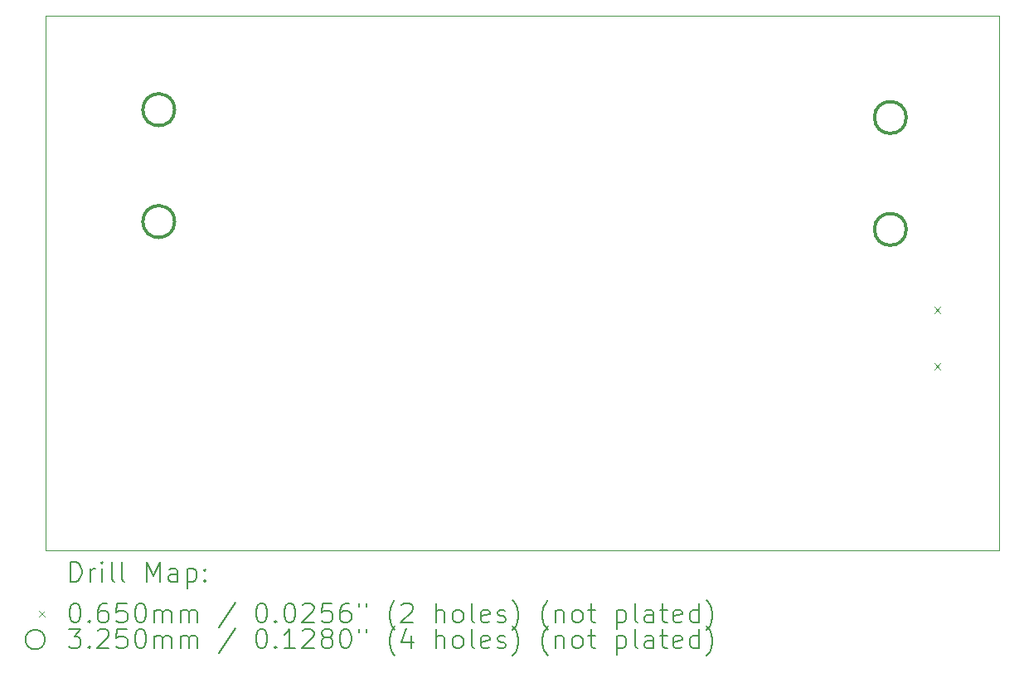
<source format=gbr>
%TF.GenerationSoftware,KiCad,Pcbnew,7.0.11+dfsg-1build4*%
%TF.CreationDate,2024-07-15T15:28:05+02:00*%
%TF.ProjectId,antmicro-poe-to-usbc-pd-adapter,616e746d-6963-4726-9f2d-706f652d746f,rev?*%
%TF.SameCoordinates,Original*%
%TF.FileFunction,Drillmap*%
%TF.FilePolarity,Positive*%
%FSLAX45Y45*%
G04 Gerber Fmt 4.5, Leading zero omitted, Abs format (unit mm)*
G04 Created by KiCad (PCBNEW 7.0.11+dfsg-1build4) date 2024-07-15 15:28:05 commit  463866a *
%MOMM*%
%LPD*%
G01*
G04 APERTURE LIST*
%ADD10C,0.120000*%
%ADD11C,0.200000*%
%ADD12C,0.100000*%
%ADD13C,0.325000*%
G04 APERTURE END LIST*
D10*
X5675000Y-4244000D02*
X15413000Y-4244000D01*
X15413000Y-9703000D01*
X5675000Y-9703000D01*
X5675000Y-4244000D01*
D11*
D12*
X14748400Y-7212500D02*
X14813400Y-7277500D01*
X14813400Y-7212500D02*
X14748400Y-7277500D01*
X14748400Y-7790600D02*
X14813400Y-7855600D01*
X14813400Y-7790600D02*
X14748400Y-7855600D01*
D13*
X6993500Y-5200100D02*
G75*
G03*
X6668500Y-5200100I-162500J0D01*
G01*
X6668500Y-5200100D02*
G75*
G03*
X6993500Y-5200100I162500J0D01*
G01*
X6993500Y-6343000D02*
G75*
G03*
X6668500Y-6343000I-162500J0D01*
G01*
X6668500Y-6343000D02*
G75*
G03*
X6993500Y-6343000I162500J0D01*
G01*
X14464000Y-5279900D02*
G75*
G03*
X14139000Y-5279900I-162500J0D01*
G01*
X14139000Y-5279900D02*
G75*
G03*
X14464000Y-5279900I162500J0D01*
G01*
X14464000Y-6422800D02*
G75*
G03*
X14139000Y-6422800I-162500J0D01*
G01*
X14139000Y-6422800D02*
G75*
G03*
X14464000Y-6422800I162500J0D01*
G01*
D11*
X5929777Y-10020484D02*
X5929777Y-9820484D01*
X5929777Y-9820484D02*
X5977396Y-9820484D01*
X5977396Y-9820484D02*
X6005967Y-9830008D01*
X6005967Y-9830008D02*
X6025015Y-9849055D01*
X6025015Y-9849055D02*
X6034539Y-9868103D01*
X6034539Y-9868103D02*
X6044062Y-9906198D01*
X6044062Y-9906198D02*
X6044062Y-9934770D01*
X6044062Y-9934770D02*
X6034539Y-9972865D01*
X6034539Y-9972865D02*
X6025015Y-9991912D01*
X6025015Y-9991912D02*
X6005967Y-10010960D01*
X6005967Y-10010960D02*
X5977396Y-10020484D01*
X5977396Y-10020484D02*
X5929777Y-10020484D01*
X6129777Y-10020484D02*
X6129777Y-9887150D01*
X6129777Y-9925246D02*
X6139301Y-9906198D01*
X6139301Y-9906198D02*
X6148824Y-9896674D01*
X6148824Y-9896674D02*
X6167872Y-9887150D01*
X6167872Y-9887150D02*
X6186920Y-9887150D01*
X6253586Y-10020484D02*
X6253586Y-9887150D01*
X6253586Y-9820484D02*
X6244062Y-9830008D01*
X6244062Y-9830008D02*
X6253586Y-9839531D01*
X6253586Y-9839531D02*
X6263110Y-9830008D01*
X6263110Y-9830008D02*
X6253586Y-9820484D01*
X6253586Y-9820484D02*
X6253586Y-9839531D01*
X6377396Y-10020484D02*
X6358348Y-10010960D01*
X6358348Y-10010960D02*
X6348824Y-9991912D01*
X6348824Y-9991912D02*
X6348824Y-9820484D01*
X6482158Y-10020484D02*
X6463110Y-10010960D01*
X6463110Y-10010960D02*
X6453586Y-9991912D01*
X6453586Y-9991912D02*
X6453586Y-9820484D01*
X6710729Y-10020484D02*
X6710729Y-9820484D01*
X6710729Y-9820484D02*
X6777396Y-9963341D01*
X6777396Y-9963341D02*
X6844062Y-9820484D01*
X6844062Y-9820484D02*
X6844062Y-10020484D01*
X7025015Y-10020484D02*
X7025015Y-9915722D01*
X7025015Y-9915722D02*
X7015491Y-9896674D01*
X7015491Y-9896674D02*
X6996443Y-9887150D01*
X6996443Y-9887150D02*
X6958348Y-9887150D01*
X6958348Y-9887150D02*
X6939301Y-9896674D01*
X7025015Y-10010960D02*
X7005967Y-10020484D01*
X7005967Y-10020484D02*
X6958348Y-10020484D01*
X6958348Y-10020484D02*
X6939301Y-10010960D01*
X6939301Y-10010960D02*
X6929777Y-9991912D01*
X6929777Y-9991912D02*
X6929777Y-9972865D01*
X6929777Y-9972865D02*
X6939301Y-9953817D01*
X6939301Y-9953817D02*
X6958348Y-9944293D01*
X6958348Y-9944293D02*
X7005967Y-9944293D01*
X7005967Y-9944293D02*
X7025015Y-9934770D01*
X7120253Y-9887150D02*
X7120253Y-10087150D01*
X7120253Y-9896674D02*
X7139301Y-9887150D01*
X7139301Y-9887150D02*
X7177396Y-9887150D01*
X7177396Y-9887150D02*
X7196443Y-9896674D01*
X7196443Y-9896674D02*
X7205967Y-9906198D01*
X7205967Y-9906198D02*
X7215491Y-9925246D01*
X7215491Y-9925246D02*
X7215491Y-9982389D01*
X7215491Y-9982389D02*
X7205967Y-10001436D01*
X7205967Y-10001436D02*
X7196443Y-10010960D01*
X7196443Y-10010960D02*
X7177396Y-10020484D01*
X7177396Y-10020484D02*
X7139301Y-10020484D01*
X7139301Y-10020484D02*
X7120253Y-10010960D01*
X7301205Y-10001436D02*
X7310729Y-10010960D01*
X7310729Y-10010960D02*
X7301205Y-10020484D01*
X7301205Y-10020484D02*
X7291682Y-10010960D01*
X7291682Y-10010960D02*
X7301205Y-10001436D01*
X7301205Y-10001436D02*
X7301205Y-10020484D01*
X7301205Y-9896674D02*
X7310729Y-9906198D01*
X7310729Y-9906198D02*
X7301205Y-9915722D01*
X7301205Y-9915722D02*
X7291682Y-9906198D01*
X7291682Y-9906198D02*
X7301205Y-9896674D01*
X7301205Y-9896674D02*
X7301205Y-9915722D01*
D12*
X5604000Y-10316500D02*
X5669000Y-10381500D01*
X5669000Y-10316500D02*
X5604000Y-10381500D01*
D11*
X5967872Y-10240484D02*
X5986920Y-10240484D01*
X5986920Y-10240484D02*
X6005967Y-10250008D01*
X6005967Y-10250008D02*
X6015491Y-10259531D01*
X6015491Y-10259531D02*
X6025015Y-10278579D01*
X6025015Y-10278579D02*
X6034539Y-10316674D01*
X6034539Y-10316674D02*
X6034539Y-10364293D01*
X6034539Y-10364293D02*
X6025015Y-10402389D01*
X6025015Y-10402389D02*
X6015491Y-10421436D01*
X6015491Y-10421436D02*
X6005967Y-10430960D01*
X6005967Y-10430960D02*
X5986920Y-10440484D01*
X5986920Y-10440484D02*
X5967872Y-10440484D01*
X5967872Y-10440484D02*
X5948824Y-10430960D01*
X5948824Y-10430960D02*
X5939301Y-10421436D01*
X5939301Y-10421436D02*
X5929777Y-10402389D01*
X5929777Y-10402389D02*
X5920253Y-10364293D01*
X5920253Y-10364293D02*
X5920253Y-10316674D01*
X5920253Y-10316674D02*
X5929777Y-10278579D01*
X5929777Y-10278579D02*
X5939301Y-10259531D01*
X5939301Y-10259531D02*
X5948824Y-10250008D01*
X5948824Y-10250008D02*
X5967872Y-10240484D01*
X6120253Y-10421436D02*
X6129777Y-10430960D01*
X6129777Y-10430960D02*
X6120253Y-10440484D01*
X6120253Y-10440484D02*
X6110729Y-10430960D01*
X6110729Y-10430960D02*
X6120253Y-10421436D01*
X6120253Y-10421436D02*
X6120253Y-10440484D01*
X6301205Y-10240484D02*
X6263110Y-10240484D01*
X6263110Y-10240484D02*
X6244062Y-10250008D01*
X6244062Y-10250008D02*
X6234539Y-10259531D01*
X6234539Y-10259531D02*
X6215491Y-10288103D01*
X6215491Y-10288103D02*
X6205967Y-10326198D01*
X6205967Y-10326198D02*
X6205967Y-10402389D01*
X6205967Y-10402389D02*
X6215491Y-10421436D01*
X6215491Y-10421436D02*
X6225015Y-10430960D01*
X6225015Y-10430960D02*
X6244062Y-10440484D01*
X6244062Y-10440484D02*
X6282158Y-10440484D01*
X6282158Y-10440484D02*
X6301205Y-10430960D01*
X6301205Y-10430960D02*
X6310729Y-10421436D01*
X6310729Y-10421436D02*
X6320253Y-10402389D01*
X6320253Y-10402389D02*
X6320253Y-10354770D01*
X6320253Y-10354770D02*
X6310729Y-10335722D01*
X6310729Y-10335722D02*
X6301205Y-10326198D01*
X6301205Y-10326198D02*
X6282158Y-10316674D01*
X6282158Y-10316674D02*
X6244062Y-10316674D01*
X6244062Y-10316674D02*
X6225015Y-10326198D01*
X6225015Y-10326198D02*
X6215491Y-10335722D01*
X6215491Y-10335722D02*
X6205967Y-10354770D01*
X6501205Y-10240484D02*
X6405967Y-10240484D01*
X6405967Y-10240484D02*
X6396443Y-10335722D01*
X6396443Y-10335722D02*
X6405967Y-10326198D01*
X6405967Y-10326198D02*
X6425015Y-10316674D01*
X6425015Y-10316674D02*
X6472634Y-10316674D01*
X6472634Y-10316674D02*
X6491682Y-10326198D01*
X6491682Y-10326198D02*
X6501205Y-10335722D01*
X6501205Y-10335722D02*
X6510729Y-10354770D01*
X6510729Y-10354770D02*
X6510729Y-10402389D01*
X6510729Y-10402389D02*
X6501205Y-10421436D01*
X6501205Y-10421436D02*
X6491682Y-10430960D01*
X6491682Y-10430960D02*
X6472634Y-10440484D01*
X6472634Y-10440484D02*
X6425015Y-10440484D01*
X6425015Y-10440484D02*
X6405967Y-10430960D01*
X6405967Y-10430960D02*
X6396443Y-10421436D01*
X6634539Y-10240484D02*
X6653586Y-10240484D01*
X6653586Y-10240484D02*
X6672634Y-10250008D01*
X6672634Y-10250008D02*
X6682158Y-10259531D01*
X6682158Y-10259531D02*
X6691682Y-10278579D01*
X6691682Y-10278579D02*
X6701205Y-10316674D01*
X6701205Y-10316674D02*
X6701205Y-10364293D01*
X6701205Y-10364293D02*
X6691682Y-10402389D01*
X6691682Y-10402389D02*
X6682158Y-10421436D01*
X6682158Y-10421436D02*
X6672634Y-10430960D01*
X6672634Y-10430960D02*
X6653586Y-10440484D01*
X6653586Y-10440484D02*
X6634539Y-10440484D01*
X6634539Y-10440484D02*
X6615491Y-10430960D01*
X6615491Y-10430960D02*
X6605967Y-10421436D01*
X6605967Y-10421436D02*
X6596443Y-10402389D01*
X6596443Y-10402389D02*
X6586920Y-10364293D01*
X6586920Y-10364293D02*
X6586920Y-10316674D01*
X6586920Y-10316674D02*
X6596443Y-10278579D01*
X6596443Y-10278579D02*
X6605967Y-10259531D01*
X6605967Y-10259531D02*
X6615491Y-10250008D01*
X6615491Y-10250008D02*
X6634539Y-10240484D01*
X6786920Y-10440484D02*
X6786920Y-10307150D01*
X6786920Y-10326198D02*
X6796443Y-10316674D01*
X6796443Y-10316674D02*
X6815491Y-10307150D01*
X6815491Y-10307150D02*
X6844063Y-10307150D01*
X6844063Y-10307150D02*
X6863110Y-10316674D01*
X6863110Y-10316674D02*
X6872634Y-10335722D01*
X6872634Y-10335722D02*
X6872634Y-10440484D01*
X6872634Y-10335722D02*
X6882158Y-10316674D01*
X6882158Y-10316674D02*
X6901205Y-10307150D01*
X6901205Y-10307150D02*
X6929777Y-10307150D01*
X6929777Y-10307150D02*
X6948824Y-10316674D01*
X6948824Y-10316674D02*
X6958348Y-10335722D01*
X6958348Y-10335722D02*
X6958348Y-10440484D01*
X7053586Y-10440484D02*
X7053586Y-10307150D01*
X7053586Y-10326198D02*
X7063110Y-10316674D01*
X7063110Y-10316674D02*
X7082158Y-10307150D01*
X7082158Y-10307150D02*
X7110729Y-10307150D01*
X7110729Y-10307150D02*
X7129777Y-10316674D01*
X7129777Y-10316674D02*
X7139301Y-10335722D01*
X7139301Y-10335722D02*
X7139301Y-10440484D01*
X7139301Y-10335722D02*
X7148824Y-10316674D01*
X7148824Y-10316674D02*
X7167872Y-10307150D01*
X7167872Y-10307150D02*
X7196443Y-10307150D01*
X7196443Y-10307150D02*
X7215491Y-10316674D01*
X7215491Y-10316674D02*
X7225015Y-10335722D01*
X7225015Y-10335722D02*
X7225015Y-10440484D01*
X7615491Y-10230960D02*
X7444063Y-10488103D01*
X7872634Y-10240484D02*
X7891682Y-10240484D01*
X7891682Y-10240484D02*
X7910729Y-10250008D01*
X7910729Y-10250008D02*
X7920253Y-10259531D01*
X7920253Y-10259531D02*
X7929777Y-10278579D01*
X7929777Y-10278579D02*
X7939301Y-10316674D01*
X7939301Y-10316674D02*
X7939301Y-10364293D01*
X7939301Y-10364293D02*
X7929777Y-10402389D01*
X7929777Y-10402389D02*
X7920253Y-10421436D01*
X7920253Y-10421436D02*
X7910729Y-10430960D01*
X7910729Y-10430960D02*
X7891682Y-10440484D01*
X7891682Y-10440484D02*
X7872634Y-10440484D01*
X7872634Y-10440484D02*
X7853586Y-10430960D01*
X7853586Y-10430960D02*
X7844063Y-10421436D01*
X7844063Y-10421436D02*
X7834539Y-10402389D01*
X7834539Y-10402389D02*
X7825015Y-10364293D01*
X7825015Y-10364293D02*
X7825015Y-10316674D01*
X7825015Y-10316674D02*
X7834539Y-10278579D01*
X7834539Y-10278579D02*
X7844063Y-10259531D01*
X7844063Y-10259531D02*
X7853586Y-10250008D01*
X7853586Y-10250008D02*
X7872634Y-10240484D01*
X8025015Y-10421436D02*
X8034539Y-10430960D01*
X8034539Y-10430960D02*
X8025015Y-10440484D01*
X8025015Y-10440484D02*
X8015491Y-10430960D01*
X8015491Y-10430960D02*
X8025015Y-10421436D01*
X8025015Y-10421436D02*
X8025015Y-10440484D01*
X8158348Y-10240484D02*
X8177396Y-10240484D01*
X8177396Y-10240484D02*
X8196444Y-10250008D01*
X8196444Y-10250008D02*
X8205967Y-10259531D01*
X8205967Y-10259531D02*
X8215491Y-10278579D01*
X8215491Y-10278579D02*
X8225015Y-10316674D01*
X8225015Y-10316674D02*
X8225015Y-10364293D01*
X8225015Y-10364293D02*
X8215491Y-10402389D01*
X8215491Y-10402389D02*
X8205967Y-10421436D01*
X8205967Y-10421436D02*
X8196444Y-10430960D01*
X8196444Y-10430960D02*
X8177396Y-10440484D01*
X8177396Y-10440484D02*
X8158348Y-10440484D01*
X8158348Y-10440484D02*
X8139301Y-10430960D01*
X8139301Y-10430960D02*
X8129777Y-10421436D01*
X8129777Y-10421436D02*
X8120253Y-10402389D01*
X8120253Y-10402389D02*
X8110729Y-10364293D01*
X8110729Y-10364293D02*
X8110729Y-10316674D01*
X8110729Y-10316674D02*
X8120253Y-10278579D01*
X8120253Y-10278579D02*
X8129777Y-10259531D01*
X8129777Y-10259531D02*
X8139301Y-10250008D01*
X8139301Y-10250008D02*
X8158348Y-10240484D01*
X8301206Y-10259531D02*
X8310729Y-10250008D01*
X8310729Y-10250008D02*
X8329777Y-10240484D01*
X8329777Y-10240484D02*
X8377396Y-10240484D01*
X8377396Y-10240484D02*
X8396444Y-10250008D01*
X8396444Y-10250008D02*
X8405968Y-10259531D01*
X8405968Y-10259531D02*
X8415491Y-10278579D01*
X8415491Y-10278579D02*
X8415491Y-10297627D01*
X8415491Y-10297627D02*
X8405968Y-10326198D01*
X8405968Y-10326198D02*
X8291682Y-10440484D01*
X8291682Y-10440484D02*
X8415491Y-10440484D01*
X8596444Y-10240484D02*
X8501206Y-10240484D01*
X8501206Y-10240484D02*
X8491682Y-10335722D01*
X8491682Y-10335722D02*
X8501206Y-10326198D01*
X8501206Y-10326198D02*
X8520253Y-10316674D01*
X8520253Y-10316674D02*
X8567872Y-10316674D01*
X8567872Y-10316674D02*
X8586920Y-10326198D01*
X8586920Y-10326198D02*
X8596444Y-10335722D01*
X8596444Y-10335722D02*
X8605968Y-10354770D01*
X8605968Y-10354770D02*
X8605968Y-10402389D01*
X8605968Y-10402389D02*
X8596444Y-10421436D01*
X8596444Y-10421436D02*
X8586920Y-10430960D01*
X8586920Y-10430960D02*
X8567872Y-10440484D01*
X8567872Y-10440484D02*
X8520253Y-10440484D01*
X8520253Y-10440484D02*
X8501206Y-10430960D01*
X8501206Y-10430960D02*
X8491682Y-10421436D01*
X8777396Y-10240484D02*
X8739301Y-10240484D01*
X8739301Y-10240484D02*
X8720253Y-10250008D01*
X8720253Y-10250008D02*
X8710729Y-10259531D01*
X8710729Y-10259531D02*
X8691682Y-10288103D01*
X8691682Y-10288103D02*
X8682158Y-10326198D01*
X8682158Y-10326198D02*
X8682158Y-10402389D01*
X8682158Y-10402389D02*
X8691682Y-10421436D01*
X8691682Y-10421436D02*
X8701206Y-10430960D01*
X8701206Y-10430960D02*
X8720253Y-10440484D01*
X8720253Y-10440484D02*
X8758349Y-10440484D01*
X8758349Y-10440484D02*
X8777396Y-10430960D01*
X8777396Y-10430960D02*
X8786920Y-10421436D01*
X8786920Y-10421436D02*
X8796444Y-10402389D01*
X8796444Y-10402389D02*
X8796444Y-10354770D01*
X8796444Y-10354770D02*
X8786920Y-10335722D01*
X8786920Y-10335722D02*
X8777396Y-10326198D01*
X8777396Y-10326198D02*
X8758349Y-10316674D01*
X8758349Y-10316674D02*
X8720253Y-10316674D01*
X8720253Y-10316674D02*
X8701206Y-10326198D01*
X8701206Y-10326198D02*
X8691682Y-10335722D01*
X8691682Y-10335722D02*
X8682158Y-10354770D01*
X8872634Y-10240484D02*
X8872634Y-10278579D01*
X8948825Y-10240484D02*
X8948825Y-10278579D01*
X9244063Y-10516674D02*
X9234539Y-10507150D01*
X9234539Y-10507150D02*
X9215491Y-10478579D01*
X9215491Y-10478579D02*
X9205968Y-10459531D01*
X9205968Y-10459531D02*
X9196444Y-10430960D01*
X9196444Y-10430960D02*
X9186920Y-10383341D01*
X9186920Y-10383341D02*
X9186920Y-10345246D01*
X9186920Y-10345246D02*
X9196444Y-10297627D01*
X9196444Y-10297627D02*
X9205968Y-10269055D01*
X9205968Y-10269055D02*
X9215491Y-10250008D01*
X9215491Y-10250008D02*
X9234539Y-10221436D01*
X9234539Y-10221436D02*
X9244063Y-10211912D01*
X9310730Y-10259531D02*
X9320253Y-10250008D01*
X9320253Y-10250008D02*
X9339301Y-10240484D01*
X9339301Y-10240484D02*
X9386920Y-10240484D01*
X9386920Y-10240484D02*
X9405968Y-10250008D01*
X9405968Y-10250008D02*
X9415491Y-10259531D01*
X9415491Y-10259531D02*
X9425015Y-10278579D01*
X9425015Y-10278579D02*
X9425015Y-10297627D01*
X9425015Y-10297627D02*
X9415491Y-10326198D01*
X9415491Y-10326198D02*
X9301206Y-10440484D01*
X9301206Y-10440484D02*
X9425015Y-10440484D01*
X9663111Y-10440484D02*
X9663111Y-10240484D01*
X9748825Y-10440484D02*
X9748825Y-10335722D01*
X9748825Y-10335722D02*
X9739301Y-10316674D01*
X9739301Y-10316674D02*
X9720253Y-10307150D01*
X9720253Y-10307150D02*
X9691682Y-10307150D01*
X9691682Y-10307150D02*
X9672634Y-10316674D01*
X9672634Y-10316674D02*
X9663111Y-10326198D01*
X9872634Y-10440484D02*
X9853587Y-10430960D01*
X9853587Y-10430960D02*
X9844063Y-10421436D01*
X9844063Y-10421436D02*
X9834539Y-10402389D01*
X9834539Y-10402389D02*
X9834539Y-10345246D01*
X9834539Y-10345246D02*
X9844063Y-10326198D01*
X9844063Y-10326198D02*
X9853587Y-10316674D01*
X9853587Y-10316674D02*
X9872634Y-10307150D01*
X9872634Y-10307150D02*
X9901206Y-10307150D01*
X9901206Y-10307150D02*
X9920253Y-10316674D01*
X9920253Y-10316674D02*
X9929777Y-10326198D01*
X9929777Y-10326198D02*
X9939301Y-10345246D01*
X9939301Y-10345246D02*
X9939301Y-10402389D01*
X9939301Y-10402389D02*
X9929777Y-10421436D01*
X9929777Y-10421436D02*
X9920253Y-10430960D01*
X9920253Y-10430960D02*
X9901206Y-10440484D01*
X9901206Y-10440484D02*
X9872634Y-10440484D01*
X10053587Y-10440484D02*
X10034539Y-10430960D01*
X10034539Y-10430960D02*
X10025015Y-10411912D01*
X10025015Y-10411912D02*
X10025015Y-10240484D01*
X10205968Y-10430960D02*
X10186920Y-10440484D01*
X10186920Y-10440484D02*
X10148825Y-10440484D01*
X10148825Y-10440484D02*
X10129777Y-10430960D01*
X10129777Y-10430960D02*
X10120253Y-10411912D01*
X10120253Y-10411912D02*
X10120253Y-10335722D01*
X10120253Y-10335722D02*
X10129777Y-10316674D01*
X10129777Y-10316674D02*
X10148825Y-10307150D01*
X10148825Y-10307150D02*
X10186920Y-10307150D01*
X10186920Y-10307150D02*
X10205968Y-10316674D01*
X10205968Y-10316674D02*
X10215492Y-10335722D01*
X10215492Y-10335722D02*
X10215492Y-10354770D01*
X10215492Y-10354770D02*
X10120253Y-10373817D01*
X10291682Y-10430960D02*
X10310730Y-10440484D01*
X10310730Y-10440484D02*
X10348825Y-10440484D01*
X10348825Y-10440484D02*
X10367873Y-10430960D01*
X10367873Y-10430960D02*
X10377396Y-10411912D01*
X10377396Y-10411912D02*
X10377396Y-10402389D01*
X10377396Y-10402389D02*
X10367873Y-10383341D01*
X10367873Y-10383341D02*
X10348825Y-10373817D01*
X10348825Y-10373817D02*
X10320253Y-10373817D01*
X10320253Y-10373817D02*
X10301206Y-10364293D01*
X10301206Y-10364293D02*
X10291682Y-10345246D01*
X10291682Y-10345246D02*
X10291682Y-10335722D01*
X10291682Y-10335722D02*
X10301206Y-10316674D01*
X10301206Y-10316674D02*
X10320253Y-10307150D01*
X10320253Y-10307150D02*
X10348825Y-10307150D01*
X10348825Y-10307150D02*
X10367873Y-10316674D01*
X10444063Y-10516674D02*
X10453587Y-10507150D01*
X10453587Y-10507150D02*
X10472634Y-10478579D01*
X10472634Y-10478579D02*
X10482158Y-10459531D01*
X10482158Y-10459531D02*
X10491682Y-10430960D01*
X10491682Y-10430960D02*
X10501206Y-10383341D01*
X10501206Y-10383341D02*
X10501206Y-10345246D01*
X10501206Y-10345246D02*
X10491682Y-10297627D01*
X10491682Y-10297627D02*
X10482158Y-10269055D01*
X10482158Y-10269055D02*
X10472634Y-10250008D01*
X10472634Y-10250008D02*
X10453587Y-10221436D01*
X10453587Y-10221436D02*
X10444063Y-10211912D01*
X10805968Y-10516674D02*
X10796444Y-10507150D01*
X10796444Y-10507150D02*
X10777396Y-10478579D01*
X10777396Y-10478579D02*
X10767873Y-10459531D01*
X10767873Y-10459531D02*
X10758349Y-10430960D01*
X10758349Y-10430960D02*
X10748825Y-10383341D01*
X10748825Y-10383341D02*
X10748825Y-10345246D01*
X10748825Y-10345246D02*
X10758349Y-10297627D01*
X10758349Y-10297627D02*
X10767873Y-10269055D01*
X10767873Y-10269055D02*
X10777396Y-10250008D01*
X10777396Y-10250008D02*
X10796444Y-10221436D01*
X10796444Y-10221436D02*
X10805968Y-10211912D01*
X10882158Y-10307150D02*
X10882158Y-10440484D01*
X10882158Y-10326198D02*
X10891682Y-10316674D01*
X10891682Y-10316674D02*
X10910730Y-10307150D01*
X10910730Y-10307150D02*
X10939301Y-10307150D01*
X10939301Y-10307150D02*
X10958349Y-10316674D01*
X10958349Y-10316674D02*
X10967873Y-10335722D01*
X10967873Y-10335722D02*
X10967873Y-10440484D01*
X11091682Y-10440484D02*
X11072634Y-10430960D01*
X11072634Y-10430960D02*
X11063111Y-10421436D01*
X11063111Y-10421436D02*
X11053587Y-10402389D01*
X11053587Y-10402389D02*
X11053587Y-10345246D01*
X11053587Y-10345246D02*
X11063111Y-10326198D01*
X11063111Y-10326198D02*
X11072634Y-10316674D01*
X11072634Y-10316674D02*
X11091682Y-10307150D01*
X11091682Y-10307150D02*
X11120254Y-10307150D01*
X11120254Y-10307150D02*
X11139301Y-10316674D01*
X11139301Y-10316674D02*
X11148825Y-10326198D01*
X11148825Y-10326198D02*
X11158349Y-10345246D01*
X11158349Y-10345246D02*
X11158349Y-10402389D01*
X11158349Y-10402389D02*
X11148825Y-10421436D01*
X11148825Y-10421436D02*
X11139301Y-10430960D01*
X11139301Y-10430960D02*
X11120254Y-10440484D01*
X11120254Y-10440484D02*
X11091682Y-10440484D01*
X11215492Y-10307150D02*
X11291682Y-10307150D01*
X11244063Y-10240484D02*
X11244063Y-10411912D01*
X11244063Y-10411912D02*
X11253587Y-10430960D01*
X11253587Y-10430960D02*
X11272634Y-10440484D01*
X11272634Y-10440484D02*
X11291682Y-10440484D01*
X11510730Y-10307150D02*
X11510730Y-10507150D01*
X11510730Y-10316674D02*
X11529777Y-10307150D01*
X11529777Y-10307150D02*
X11567873Y-10307150D01*
X11567873Y-10307150D02*
X11586920Y-10316674D01*
X11586920Y-10316674D02*
X11596444Y-10326198D01*
X11596444Y-10326198D02*
X11605968Y-10345246D01*
X11605968Y-10345246D02*
X11605968Y-10402389D01*
X11605968Y-10402389D02*
X11596444Y-10421436D01*
X11596444Y-10421436D02*
X11586920Y-10430960D01*
X11586920Y-10430960D02*
X11567873Y-10440484D01*
X11567873Y-10440484D02*
X11529777Y-10440484D01*
X11529777Y-10440484D02*
X11510730Y-10430960D01*
X11720253Y-10440484D02*
X11701206Y-10430960D01*
X11701206Y-10430960D02*
X11691682Y-10411912D01*
X11691682Y-10411912D02*
X11691682Y-10240484D01*
X11882158Y-10440484D02*
X11882158Y-10335722D01*
X11882158Y-10335722D02*
X11872634Y-10316674D01*
X11872634Y-10316674D02*
X11853587Y-10307150D01*
X11853587Y-10307150D02*
X11815492Y-10307150D01*
X11815492Y-10307150D02*
X11796444Y-10316674D01*
X11882158Y-10430960D02*
X11863111Y-10440484D01*
X11863111Y-10440484D02*
X11815492Y-10440484D01*
X11815492Y-10440484D02*
X11796444Y-10430960D01*
X11796444Y-10430960D02*
X11786920Y-10411912D01*
X11786920Y-10411912D02*
X11786920Y-10392865D01*
X11786920Y-10392865D02*
X11796444Y-10373817D01*
X11796444Y-10373817D02*
X11815492Y-10364293D01*
X11815492Y-10364293D02*
X11863111Y-10364293D01*
X11863111Y-10364293D02*
X11882158Y-10354770D01*
X11948825Y-10307150D02*
X12025015Y-10307150D01*
X11977396Y-10240484D02*
X11977396Y-10411912D01*
X11977396Y-10411912D02*
X11986920Y-10430960D01*
X11986920Y-10430960D02*
X12005968Y-10440484D01*
X12005968Y-10440484D02*
X12025015Y-10440484D01*
X12167873Y-10430960D02*
X12148825Y-10440484D01*
X12148825Y-10440484D02*
X12110730Y-10440484D01*
X12110730Y-10440484D02*
X12091682Y-10430960D01*
X12091682Y-10430960D02*
X12082158Y-10411912D01*
X12082158Y-10411912D02*
X12082158Y-10335722D01*
X12082158Y-10335722D02*
X12091682Y-10316674D01*
X12091682Y-10316674D02*
X12110730Y-10307150D01*
X12110730Y-10307150D02*
X12148825Y-10307150D01*
X12148825Y-10307150D02*
X12167873Y-10316674D01*
X12167873Y-10316674D02*
X12177396Y-10335722D01*
X12177396Y-10335722D02*
X12177396Y-10354770D01*
X12177396Y-10354770D02*
X12082158Y-10373817D01*
X12348825Y-10440484D02*
X12348825Y-10240484D01*
X12348825Y-10430960D02*
X12329777Y-10440484D01*
X12329777Y-10440484D02*
X12291682Y-10440484D01*
X12291682Y-10440484D02*
X12272634Y-10430960D01*
X12272634Y-10430960D02*
X12263111Y-10421436D01*
X12263111Y-10421436D02*
X12253587Y-10402389D01*
X12253587Y-10402389D02*
X12253587Y-10345246D01*
X12253587Y-10345246D02*
X12263111Y-10326198D01*
X12263111Y-10326198D02*
X12272634Y-10316674D01*
X12272634Y-10316674D02*
X12291682Y-10307150D01*
X12291682Y-10307150D02*
X12329777Y-10307150D01*
X12329777Y-10307150D02*
X12348825Y-10316674D01*
X12425015Y-10516674D02*
X12434539Y-10507150D01*
X12434539Y-10507150D02*
X12453587Y-10478579D01*
X12453587Y-10478579D02*
X12463111Y-10459531D01*
X12463111Y-10459531D02*
X12472634Y-10430960D01*
X12472634Y-10430960D02*
X12482158Y-10383341D01*
X12482158Y-10383341D02*
X12482158Y-10345246D01*
X12482158Y-10345246D02*
X12472634Y-10297627D01*
X12472634Y-10297627D02*
X12463111Y-10269055D01*
X12463111Y-10269055D02*
X12453587Y-10250008D01*
X12453587Y-10250008D02*
X12434539Y-10221436D01*
X12434539Y-10221436D02*
X12425015Y-10211912D01*
X5669000Y-10613000D02*
G75*
G03*
X5469000Y-10613000I-100000J0D01*
G01*
X5469000Y-10613000D02*
G75*
G03*
X5669000Y-10613000I100000J0D01*
G01*
X5910729Y-10504484D02*
X6034539Y-10504484D01*
X6034539Y-10504484D02*
X5967872Y-10580674D01*
X5967872Y-10580674D02*
X5996443Y-10580674D01*
X5996443Y-10580674D02*
X6015491Y-10590198D01*
X6015491Y-10590198D02*
X6025015Y-10599722D01*
X6025015Y-10599722D02*
X6034539Y-10618770D01*
X6034539Y-10618770D02*
X6034539Y-10666389D01*
X6034539Y-10666389D02*
X6025015Y-10685436D01*
X6025015Y-10685436D02*
X6015491Y-10694960D01*
X6015491Y-10694960D02*
X5996443Y-10704484D01*
X5996443Y-10704484D02*
X5939301Y-10704484D01*
X5939301Y-10704484D02*
X5920253Y-10694960D01*
X5920253Y-10694960D02*
X5910729Y-10685436D01*
X6120253Y-10685436D02*
X6129777Y-10694960D01*
X6129777Y-10694960D02*
X6120253Y-10704484D01*
X6120253Y-10704484D02*
X6110729Y-10694960D01*
X6110729Y-10694960D02*
X6120253Y-10685436D01*
X6120253Y-10685436D02*
X6120253Y-10704484D01*
X6205967Y-10523531D02*
X6215491Y-10514008D01*
X6215491Y-10514008D02*
X6234539Y-10504484D01*
X6234539Y-10504484D02*
X6282158Y-10504484D01*
X6282158Y-10504484D02*
X6301205Y-10514008D01*
X6301205Y-10514008D02*
X6310729Y-10523531D01*
X6310729Y-10523531D02*
X6320253Y-10542579D01*
X6320253Y-10542579D02*
X6320253Y-10561627D01*
X6320253Y-10561627D02*
X6310729Y-10590198D01*
X6310729Y-10590198D02*
X6196443Y-10704484D01*
X6196443Y-10704484D02*
X6320253Y-10704484D01*
X6501205Y-10504484D02*
X6405967Y-10504484D01*
X6405967Y-10504484D02*
X6396443Y-10599722D01*
X6396443Y-10599722D02*
X6405967Y-10590198D01*
X6405967Y-10590198D02*
X6425015Y-10580674D01*
X6425015Y-10580674D02*
X6472634Y-10580674D01*
X6472634Y-10580674D02*
X6491682Y-10590198D01*
X6491682Y-10590198D02*
X6501205Y-10599722D01*
X6501205Y-10599722D02*
X6510729Y-10618770D01*
X6510729Y-10618770D02*
X6510729Y-10666389D01*
X6510729Y-10666389D02*
X6501205Y-10685436D01*
X6501205Y-10685436D02*
X6491682Y-10694960D01*
X6491682Y-10694960D02*
X6472634Y-10704484D01*
X6472634Y-10704484D02*
X6425015Y-10704484D01*
X6425015Y-10704484D02*
X6405967Y-10694960D01*
X6405967Y-10694960D02*
X6396443Y-10685436D01*
X6634539Y-10504484D02*
X6653586Y-10504484D01*
X6653586Y-10504484D02*
X6672634Y-10514008D01*
X6672634Y-10514008D02*
X6682158Y-10523531D01*
X6682158Y-10523531D02*
X6691682Y-10542579D01*
X6691682Y-10542579D02*
X6701205Y-10580674D01*
X6701205Y-10580674D02*
X6701205Y-10628293D01*
X6701205Y-10628293D02*
X6691682Y-10666389D01*
X6691682Y-10666389D02*
X6682158Y-10685436D01*
X6682158Y-10685436D02*
X6672634Y-10694960D01*
X6672634Y-10694960D02*
X6653586Y-10704484D01*
X6653586Y-10704484D02*
X6634539Y-10704484D01*
X6634539Y-10704484D02*
X6615491Y-10694960D01*
X6615491Y-10694960D02*
X6605967Y-10685436D01*
X6605967Y-10685436D02*
X6596443Y-10666389D01*
X6596443Y-10666389D02*
X6586920Y-10628293D01*
X6586920Y-10628293D02*
X6586920Y-10580674D01*
X6586920Y-10580674D02*
X6596443Y-10542579D01*
X6596443Y-10542579D02*
X6605967Y-10523531D01*
X6605967Y-10523531D02*
X6615491Y-10514008D01*
X6615491Y-10514008D02*
X6634539Y-10504484D01*
X6786920Y-10704484D02*
X6786920Y-10571150D01*
X6786920Y-10590198D02*
X6796443Y-10580674D01*
X6796443Y-10580674D02*
X6815491Y-10571150D01*
X6815491Y-10571150D02*
X6844063Y-10571150D01*
X6844063Y-10571150D02*
X6863110Y-10580674D01*
X6863110Y-10580674D02*
X6872634Y-10599722D01*
X6872634Y-10599722D02*
X6872634Y-10704484D01*
X6872634Y-10599722D02*
X6882158Y-10580674D01*
X6882158Y-10580674D02*
X6901205Y-10571150D01*
X6901205Y-10571150D02*
X6929777Y-10571150D01*
X6929777Y-10571150D02*
X6948824Y-10580674D01*
X6948824Y-10580674D02*
X6958348Y-10599722D01*
X6958348Y-10599722D02*
X6958348Y-10704484D01*
X7053586Y-10704484D02*
X7053586Y-10571150D01*
X7053586Y-10590198D02*
X7063110Y-10580674D01*
X7063110Y-10580674D02*
X7082158Y-10571150D01*
X7082158Y-10571150D02*
X7110729Y-10571150D01*
X7110729Y-10571150D02*
X7129777Y-10580674D01*
X7129777Y-10580674D02*
X7139301Y-10599722D01*
X7139301Y-10599722D02*
X7139301Y-10704484D01*
X7139301Y-10599722D02*
X7148824Y-10580674D01*
X7148824Y-10580674D02*
X7167872Y-10571150D01*
X7167872Y-10571150D02*
X7196443Y-10571150D01*
X7196443Y-10571150D02*
X7215491Y-10580674D01*
X7215491Y-10580674D02*
X7225015Y-10599722D01*
X7225015Y-10599722D02*
X7225015Y-10704484D01*
X7615491Y-10494960D02*
X7444063Y-10752103D01*
X7872634Y-10504484D02*
X7891682Y-10504484D01*
X7891682Y-10504484D02*
X7910729Y-10514008D01*
X7910729Y-10514008D02*
X7920253Y-10523531D01*
X7920253Y-10523531D02*
X7929777Y-10542579D01*
X7929777Y-10542579D02*
X7939301Y-10580674D01*
X7939301Y-10580674D02*
X7939301Y-10628293D01*
X7939301Y-10628293D02*
X7929777Y-10666389D01*
X7929777Y-10666389D02*
X7920253Y-10685436D01*
X7920253Y-10685436D02*
X7910729Y-10694960D01*
X7910729Y-10694960D02*
X7891682Y-10704484D01*
X7891682Y-10704484D02*
X7872634Y-10704484D01*
X7872634Y-10704484D02*
X7853586Y-10694960D01*
X7853586Y-10694960D02*
X7844063Y-10685436D01*
X7844063Y-10685436D02*
X7834539Y-10666389D01*
X7834539Y-10666389D02*
X7825015Y-10628293D01*
X7825015Y-10628293D02*
X7825015Y-10580674D01*
X7825015Y-10580674D02*
X7834539Y-10542579D01*
X7834539Y-10542579D02*
X7844063Y-10523531D01*
X7844063Y-10523531D02*
X7853586Y-10514008D01*
X7853586Y-10514008D02*
X7872634Y-10504484D01*
X8025015Y-10685436D02*
X8034539Y-10694960D01*
X8034539Y-10694960D02*
X8025015Y-10704484D01*
X8025015Y-10704484D02*
X8015491Y-10694960D01*
X8015491Y-10694960D02*
X8025015Y-10685436D01*
X8025015Y-10685436D02*
X8025015Y-10704484D01*
X8225015Y-10704484D02*
X8110729Y-10704484D01*
X8167872Y-10704484D02*
X8167872Y-10504484D01*
X8167872Y-10504484D02*
X8148825Y-10533055D01*
X8148825Y-10533055D02*
X8129777Y-10552103D01*
X8129777Y-10552103D02*
X8110729Y-10561627D01*
X8301206Y-10523531D02*
X8310729Y-10514008D01*
X8310729Y-10514008D02*
X8329777Y-10504484D01*
X8329777Y-10504484D02*
X8377396Y-10504484D01*
X8377396Y-10504484D02*
X8396444Y-10514008D01*
X8396444Y-10514008D02*
X8405968Y-10523531D01*
X8405968Y-10523531D02*
X8415491Y-10542579D01*
X8415491Y-10542579D02*
X8415491Y-10561627D01*
X8415491Y-10561627D02*
X8405968Y-10590198D01*
X8405968Y-10590198D02*
X8291682Y-10704484D01*
X8291682Y-10704484D02*
X8415491Y-10704484D01*
X8529777Y-10590198D02*
X8510729Y-10580674D01*
X8510729Y-10580674D02*
X8501206Y-10571150D01*
X8501206Y-10571150D02*
X8491682Y-10552103D01*
X8491682Y-10552103D02*
X8491682Y-10542579D01*
X8491682Y-10542579D02*
X8501206Y-10523531D01*
X8501206Y-10523531D02*
X8510729Y-10514008D01*
X8510729Y-10514008D02*
X8529777Y-10504484D01*
X8529777Y-10504484D02*
X8567872Y-10504484D01*
X8567872Y-10504484D02*
X8586920Y-10514008D01*
X8586920Y-10514008D02*
X8596444Y-10523531D01*
X8596444Y-10523531D02*
X8605968Y-10542579D01*
X8605968Y-10542579D02*
X8605968Y-10552103D01*
X8605968Y-10552103D02*
X8596444Y-10571150D01*
X8596444Y-10571150D02*
X8586920Y-10580674D01*
X8586920Y-10580674D02*
X8567872Y-10590198D01*
X8567872Y-10590198D02*
X8529777Y-10590198D01*
X8529777Y-10590198D02*
X8510729Y-10599722D01*
X8510729Y-10599722D02*
X8501206Y-10609246D01*
X8501206Y-10609246D02*
X8491682Y-10628293D01*
X8491682Y-10628293D02*
X8491682Y-10666389D01*
X8491682Y-10666389D02*
X8501206Y-10685436D01*
X8501206Y-10685436D02*
X8510729Y-10694960D01*
X8510729Y-10694960D02*
X8529777Y-10704484D01*
X8529777Y-10704484D02*
X8567872Y-10704484D01*
X8567872Y-10704484D02*
X8586920Y-10694960D01*
X8586920Y-10694960D02*
X8596444Y-10685436D01*
X8596444Y-10685436D02*
X8605968Y-10666389D01*
X8605968Y-10666389D02*
X8605968Y-10628293D01*
X8605968Y-10628293D02*
X8596444Y-10609246D01*
X8596444Y-10609246D02*
X8586920Y-10599722D01*
X8586920Y-10599722D02*
X8567872Y-10590198D01*
X8729777Y-10504484D02*
X8748825Y-10504484D01*
X8748825Y-10504484D02*
X8767872Y-10514008D01*
X8767872Y-10514008D02*
X8777396Y-10523531D01*
X8777396Y-10523531D02*
X8786920Y-10542579D01*
X8786920Y-10542579D02*
X8796444Y-10580674D01*
X8796444Y-10580674D02*
X8796444Y-10628293D01*
X8796444Y-10628293D02*
X8786920Y-10666389D01*
X8786920Y-10666389D02*
X8777396Y-10685436D01*
X8777396Y-10685436D02*
X8767872Y-10694960D01*
X8767872Y-10694960D02*
X8748825Y-10704484D01*
X8748825Y-10704484D02*
X8729777Y-10704484D01*
X8729777Y-10704484D02*
X8710729Y-10694960D01*
X8710729Y-10694960D02*
X8701206Y-10685436D01*
X8701206Y-10685436D02*
X8691682Y-10666389D01*
X8691682Y-10666389D02*
X8682158Y-10628293D01*
X8682158Y-10628293D02*
X8682158Y-10580674D01*
X8682158Y-10580674D02*
X8691682Y-10542579D01*
X8691682Y-10542579D02*
X8701206Y-10523531D01*
X8701206Y-10523531D02*
X8710729Y-10514008D01*
X8710729Y-10514008D02*
X8729777Y-10504484D01*
X8872634Y-10504484D02*
X8872634Y-10542579D01*
X8948825Y-10504484D02*
X8948825Y-10542579D01*
X9244063Y-10780674D02*
X9234539Y-10771150D01*
X9234539Y-10771150D02*
X9215491Y-10742579D01*
X9215491Y-10742579D02*
X9205968Y-10723531D01*
X9205968Y-10723531D02*
X9196444Y-10694960D01*
X9196444Y-10694960D02*
X9186920Y-10647341D01*
X9186920Y-10647341D02*
X9186920Y-10609246D01*
X9186920Y-10609246D02*
X9196444Y-10561627D01*
X9196444Y-10561627D02*
X9205968Y-10533055D01*
X9205968Y-10533055D02*
X9215491Y-10514008D01*
X9215491Y-10514008D02*
X9234539Y-10485436D01*
X9234539Y-10485436D02*
X9244063Y-10475912D01*
X9405968Y-10571150D02*
X9405968Y-10704484D01*
X9358349Y-10494960D02*
X9310730Y-10637817D01*
X9310730Y-10637817D02*
X9434539Y-10637817D01*
X9663111Y-10704484D02*
X9663111Y-10504484D01*
X9748825Y-10704484D02*
X9748825Y-10599722D01*
X9748825Y-10599722D02*
X9739301Y-10580674D01*
X9739301Y-10580674D02*
X9720253Y-10571150D01*
X9720253Y-10571150D02*
X9691682Y-10571150D01*
X9691682Y-10571150D02*
X9672634Y-10580674D01*
X9672634Y-10580674D02*
X9663111Y-10590198D01*
X9872634Y-10704484D02*
X9853587Y-10694960D01*
X9853587Y-10694960D02*
X9844063Y-10685436D01*
X9844063Y-10685436D02*
X9834539Y-10666389D01*
X9834539Y-10666389D02*
X9834539Y-10609246D01*
X9834539Y-10609246D02*
X9844063Y-10590198D01*
X9844063Y-10590198D02*
X9853587Y-10580674D01*
X9853587Y-10580674D02*
X9872634Y-10571150D01*
X9872634Y-10571150D02*
X9901206Y-10571150D01*
X9901206Y-10571150D02*
X9920253Y-10580674D01*
X9920253Y-10580674D02*
X9929777Y-10590198D01*
X9929777Y-10590198D02*
X9939301Y-10609246D01*
X9939301Y-10609246D02*
X9939301Y-10666389D01*
X9939301Y-10666389D02*
X9929777Y-10685436D01*
X9929777Y-10685436D02*
X9920253Y-10694960D01*
X9920253Y-10694960D02*
X9901206Y-10704484D01*
X9901206Y-10704484D02*
X9872634Y-10704484D01*
X10053587Y-10704484D02*
X10034539Y-10694960D01*
X10034539Y-10694960D02*
X10025015Y-10675912D01*
X10025015Y-10675912D02*
X10025015Y-10504484D01*
X10205968Y-10694960D02*
X10186920Y-10704484D01*
X10186920Y-10704484D02*
X10148825Y-10704484D01*
X10148825Y-10704484D02*
X10129777Y-10694960D01*
X10129777Y-10694960D02*
X10120253Y-10675912D01*
X10120253Y-10675912D02*
X10120253Y-10599722D01*
X10120253Y-10599722D02*
X10129777Y-10580674D01*
X10129777Y-10580674D02*
X10148825Y-10571150D01*
X10148825Y-10571150D02*
X10186920Y-10571150D01*
X10186920Y-10571150D02*
X10205968Y-10580674D01*
X10205968Y-10580674D02*
X10215492Y-10599722D01*
X10215492Y-10599722D02*
X10215492Y-10618770D01*
X10215492Y-10618770D02*
X10120253Y-10637817D01*
X10291682Y-10694960D02*
X10310730Y-10704484D01*
X10310730Y-10704484D02*
X10348825Y-10704484D01*
X10348825Y-10704484D02*
X10367873Y-10694960D01*
X10367873Y-10694960D02*
X10377396Y-10675912D01*
X10377396Y-10675912D02*
X10377396Y-10666389D01*
X10377396Y-10666389D02*
X10367873Y-10647341D01*
X10367873Y-10647341D02*
X10348825Y-10637817D01*
X10348825Y-10637817D02*
X10320253Y-10637817D01*
X10320253Y-10637817D02*
X10301206Y-10628293D01*
X10301206Y-10628293D02*
X10291682Y-10609246D01*
X10291682Y-10609246D02*
X10291682Y-10599722D01*
X10291682Y-10599722D02*
X10301206Y-10580674D01*
X10301206Y-10580674D02*
X10320253Y-10571150D01*
X10320253Y-10571150D02*
X10348825Y-10571150D01*
X10348825Y-10571150D02*
X10367873Y-10580674D01*
X10444063Y-10780674D02*
X10453587Y-10771150D01*
X10453587Y-10771150D02*
X10472634Y-10742579D01*
X10472634Y-10742579D02*
X10482158Y-10723531D01*
X10482158Y-10723531D02*
X10491682Y-10694960D01*
X10491682Y-10694960D02*
X10501206Y-10647341D01*
X10501206Y-10647341D02*
X10501206Y-10609246D01*
X10501206Y-10609246D02*
X10491682Y-10561627D01*
X10491682Y-10561627D02*
X10482158Y-10533055D01*
X10482158Y-10533055D02*
X10472634Y-10514008D01*
X10472634Y-10514008D02*
X10453587Y-10485436D01*
X10453587Y-10485436D02*
X10444063Y-10475912D01*
X10805968Y-10780674D02*
X10796444Y-10771150D01*
X10796444Y-10771150D02*
X10777396Y-10742579D01*
X10777396Y-10742579D02*
X10767873Y-10723531D01*
X10767873Y-10723531D02*
X10758349Y-10694960D01*
X10758349Y-10694960D02*
X10748825Y-10647341D01*
X10748825Y-10647341D02*
X10748825Y-10609246D01*
X10748825Y-10609246D02*
X10758349Y-10561627D01*
X10758349Y-10561627D02*
X10767873Y-10533055D01*
X10767873Y-10533055D02*
X10777396Y-10514008D01*
X10777396Y-10514008D02*
X10796444Y-10485436D01*
X10796444Y-10485436D02*
X10805968Y-10475912D01*
X10882158Y-10571150D02*
X10882158Y-10704484D01*
X10882158Y-10590198D02*
X10891682Y-10580674D01*
X10891682Y-10580674D02*
X10910730Y-10571150D01*
X10910730Y-10571150D02*
X10939301Y-10571150D01*
X10939301Y-10571150D02*
X10958349Y-10580674D01*
X10958349Y-10580674D02*
X10967873Y-10599722D01*
X10967873Y-10599722D02*
X10967873Y-10704484D01*
X11091682Y-10704484D02*
X11072634Y-10694960D01*
X11072634Y-10694960D02*
X11063111Y-10685436D01*
X11063111Y-10685436D02*
X11053587Y-10666389D01*
X11053587Y-10666389D02*
X11053587Y-10609246D01*
X11053587Y-10609246D02*
X11063111Y-10590198D01*
X11063111Y-10590198D02*
X11072634Y-10580674D01*
X11072634Y-10580674D02*
X11091682Y-10571150D01*
X11091682Y-10571150D02*
X11120254Y-10571150D01*
X11120254Y-10571150D02*
X11139301Y-10580674D01*
X11139301Y-10580674D02*
X11148825Y-10590198D01*
X11148825Y-10590198D02*
X11158349Y-10609246D01*
X11158349Y-10609246D02*
X11158349Y-10666389D01*
X11158349Y-10666389D02*
X11148825Y-10685436D01*
X11148825Y-10685436D02*
X11139301Y-10694960D01*
X11139301Y-10694960D02*
X11120254Y-10704484D01*
X11120254Y-10704484D02*
X11091682Y-10704484D01*
X11215492Y-10571150D02*
X11291682Y-10571150D01*
X11244063Y-10504484D02*
X11244063Y-10675912D01*
X11244063Y-10675912D02*
X11253587Y-10694960D01*
X11253587Y-10694960D02*
X11272634Y-10704484D01*
X11272634Y-10704484D02*
X11291682Y-10704484D01*
X11510730Y-10571150D02*
X11510730Y-10771150D01*
X11510730Y-10580674D02*
X11529777Y-10571150D01*
X11529777Y-10571150D02*
X11567873Y-10571150D01*
X11567873Y-10571150D02*
X11586920Y-10580674D01*
X11586920Y-10580674D02*
X11596444Y-10590198D01*
X11596444Y-10590198D02*
X11605968Y-10609246D01*
X11605968Y-10609246D02*
X11605968Y-10666389D01*
X11605968Y-10666389D02*
X11596444Y-10685436D01*
X11596444Y-10685436D02*
X11586920Y-10694960D01*
X11586920Y-10694960D02*
X11567873Y-10704484D01*
X11567873Y-10704484D02*
X11529777Y-10704484D01*
X11529777Y-10704484D02*
X11510730Y-10694960D01*
X11720253Y-10704484D02*
X11701206Y-10694960D01*
X11701206Y-10694960D02*
X11691682Y-10675912D01*
X11691682Y-10675912D02*
X11691682Y-10504484D01*
X11882158Y-10704484D02*
X11882158Y-10599722D01*
X11882158Y-10599722D02*
X11872634Y-10580674D01*
X11872634Y-10580674D02*
X11853587Y-10571150D01*
X11853587Y-10571150D02*
X11815492Y-10571150D01*
X11815492Y-10571150D02*
X11796444Y-10580674D01*
X11882158Y-10694960D02*
X11863111Y-10704484D01*
X11863111Y-10704484D02*
X11815492Y-10704484D01*
X11815492Y-10704484D02*
X11796444Y-10694960D01*
X11796444Y-10694960D02*
X11786920Y-10675912D01*
X11786920Y-10675912D02*
X11786920Y-10656865D01*
X11786920Y-10656865D02*
X11796444Y-10637817D01*
X11796444Y-10637817D02*
X11815492Y-10628293D01*
X11815492Y-10628293D02*
X11863111Y-10628293D01*
X11863111Y-10628293D02*
X11882158Y-10618770D01*
X11948825Y-10571150D02*
X12025015Y-10571150D01*
X11977396Y-10504484D02*
X11977396Y-10675912D01*
X11977396Y-10675912D02*
X11986920Y-10694960D01*
X11986920Y-10694960D02*
X12005968Y-10704484D01*
X12005968Y-10704484D02*
X12025015Y-10704484D01*
X12167873Y-10694960D02*
X12148825Y-10704484D01*
X12148825Y-10704484D02*
X12110730Y-10704484D01*
X12110730Y-10704484D02*
X12091682Y-10694960D01*
X12091682Y-10694960D02*
X12082158Y-10675912D01*
X12082158Y-10675912D02*
X12082158Y-10599722D01*
X12082158Y-10599722D02*
X12091682Y-10580674D01*
X12091682Y-10580674D02*
X12110730Y-10571150D01*
X12110730Y-10571150D02*
X12148825Y-10571150D01*
X12148825Y-10571150D02*
X12167873Y-10580674D01*
X12167873Y-10580674D02*
X12177396Y-10599722D01*
X12177396Y-10599722D02*
X12177396Y-10618770D01*
X12177396Y-10618770D02*
X12082158Y-10637817D01*
X12348825Y-10704484D02*
X12348825Y-10504484D01*
X12348825Y-10694960D02*
X12329777Y-10704484D01*
X12329777Y-10704484D02*
X12291682Y-10704484D01*
X12291682Y-10704484D02*
X12272634Y-10694960D01*
X12272634Y-10694960D02*
X12263111Y-10685436D01*
X12263111Y-10685436D02*
X12253587Y-10666389D01*
X12253587Y-10666389D02*
X12253587Y-10609246D01*
X12253587Y-10609246D02*
X12263111Y-10590198D01*
X12263111Y-10590198D02*
X12272634Y-10580674D01*
X12272634Y-10580674D02*
X12291682Y-10571150D01*
X12291682Y-10571150D02*
X12329777Y-10571150D01*
X12329777Y-10571150D02*
X12348825Y-10580674D01*
X12425015Y-10780674D02*
X12434539Y-10771150D01*
X12434539Y-10771150D02*
X12453587Y-10742579D01*
X12453587Y-10742579D02*
X12463111Y-10723531D01*
X12463111Y-10723531D02*
X12472634Y-10694960D01*
X12472634Y-10694960D02*
X12482158Y-10647341D01*
X12482158Y-10647341D02*
X12482158Y-10609246D01*
X12482158Y-10609246D02*
X12472634Y-10561627D01*
X12472634Y-10561627D02*
X12463111Y-10533055D01*
X12463111Y-10533055D02*
X12453587Y-10514008D01*
X12453587Y-10514008D02*
X12434539Y-10485436D01*
X12434539Y-10485436D02*
X12425015Y-10475912D01*
M02*

</source>
